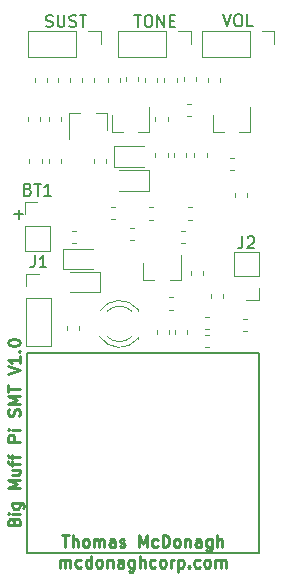
<source format=gbr>
%TF.GenerationSoftware,KiCad,Pcbnew,(5.1.7)-1*%
%TF.CreationDate,2020-11-01T08:55:33-06:00*%
%TF.ProjectId,MuffPiSMT,4d756666-5069-4534-9d54-2e6b69636164,rev?*%
%TF.SameCoordinates,Original*%
%TF.FileFunction,Legend,Top*%
%TF.FilePolarity,Positive*%
%FSLAX46Y46*%
G04 Gerber Fmt 4.6, Leading zero omitted, Abs format (unit mm)*
G04 Created by KiCad (PCBNEW (5.1.7)-1) date 2020-11-01 08:55:33*
%MOMM*%
%LPD*%
G01*
G04 APERTURE LIST*
%ADD10C,0.250000*%
%ADD11C,0.150000*%
%ADD12C,0.203200*%
%ADD13C,0.120000*%
G04 APERTURE END LIST*
D10*
X117594071Y-120109309D02*
X117641690Y-119966452D01*
X117689309Y-119918833D01*
X117784547Y-119871214D01*
X117927404Y-119871214D01*
X118022642Y-119918833D01*
X118070261Y-119966452D01*
X118117880Y-120061690D01*
X118117880Y-120442642D01*
X117117880Y-120442642D01*
X117117880Y-120109309D01*
X117165500Y-120014071D01*
X117213119Y-119966452D01*
X117308357Y-119918833D01*
X117403595Y-119918833D01*
X117498833Y-119966452D01*
X117546452Y-120014071D01*
X117594071Y-120109309D01*
X117594071Y-120442642D01*
X118117880Y-119442642D02*
X117451214Y-119442642D01*
X117117880Y-119442642D02*
X117165500Y-119490261D01*
X117213119Y-119442642D01*
X117165500Y-119395023D01*
X117117880Y-119442642D01*
X117213119Y-119442642D01*
X117451214Y-118537880D02*
X118260738Y-118537880D01*
X118355976Y-118585500D01*
X118403595Y-118633119D01*
X118451214Y-118728357D01*
X118451214Y-118871214D01*
X118403595Y-118966452D01*
X118070261Y-118537880D02*
X118117880Y-118633119D01*
X118117880Y-118823595D01*
X118070261Y-118918833D01*
X118022642Y-118966452D01*
X117927404Y-119014071D01*
X117641690Y-119014071D01*
X117546452Y-118966452D01*
X117498833Y-118918833D01*
X117451214Y-118823595D01*
X117451214Y-118633119D01*
X117498833Y-118537880D01*
X118117880Y-117299785D02*
X117117880Y-117299785D01*
X117832166Y-116966452D01*
X117117880Y-116633119D01*
X118117880Y-116633119D01*
X117451214Y-115728357D02*
X118117880Y-115728357D01*
X117451214Y-116156928D02*
X117975023Y-116156928D01*
X118070261Y-116109309D01*
X118117880Y-116014071D01*
X118117880Y-115871214D01*
X118070261Y-115775976D01*
X118022642Y-115728357D01*
X117451214Y-115395023D02*
X117451214Y-115014071D01*
X118117880Y-115252166D02*
X117260738Y-115252166D01*
X117165500Y-115204547D01*
X117117880Y-115109309D01*
X117117880Y-115014071D01*
X117451214Y-114823595D02*
X117451214Y-114442642D01*
X118117880Y-114680738D02*
X117260738Y-114680738D01*
X117165500Y-114633119D01*
X117117880Y-114537880D01*
X117117880Y-114442642D01*
X118117880Y-113347404D02*
X117117880Y-113347404D01*
X117117880Y-112966452D01*
X117165500Y-112871214D01*
X117213119Y-112823595D01*
X117308357Y-112775976D01*
X117451214Y-112775976D01*
X117546452Y-112823595D01*
X117594071Y-112871214D01*
X117641690Y-112966452D01*
X117641690Y-113347404D01*
X118117880Y-112347404D02*
X117451214Y-112347404D01*
X117117880Y-112347404D02*
X117165500Y-112395023D01*
X117213119Y-112347404D01*
X117165500Y-112299785D01*
X117117880Y-112347404D01*
X117213119Y-112347404D01*
X118070261Y-111156928D02*
X118117880Y-111014071D01*
X118117880Y-110775976D01*
X118070261Y-110680738D01*
X118022642Y-110633119D01*
X117927404Y-110585500D01*
X117832166Y-110585500D01*
X117736928Y-110633119D01*
X117689309Y-110680738D01*
X117641690Y-110775976D01*
X117594071Y-110966452D01*
X117546452Y-111061690D01*
X117498833Y-111109309D01*
X117403595Y-111156928D01*
X117308357Y-111156928D01*
X117213119Y-111109309D01*
X117165500Y-111061690D01*
X117117880Y-110966452D01*
X117117880Y-110728357D01*
X117165500Y-110585500D01*
X118117880Y-110156928D02*
X117117880Y-110156928D01*
X117832166Y-109823595D01*
X117117880Y-109490261D01*
X118117880Y-109490261D01*
X117117880Y-109156928D02*
X117117880Y-108585500D01*
X118117880Y-108871214D02*
X117117880Y-108871214D01*
X117117880Y-107633119D02*
X118117880Y-107299785D01*
X117117880Y-106966452D01*
X118117880Y-106109309D02*
X118117880Y-106680738D01*
X118117880Y-106395023D02*
X117117880Y-106395023D01*
X117260738Y-106490261D01*
X117355976Y-106585500D01*
X117403595Y-106680738D01*
X118022642Y-105680738D02*
X118070261Y-105633119D01*
X118117880Y-105680738D01*
X118070261Y-105728357D01*
X118022642Y-105680738D01*
X118117880Y-105680738D01*
X117117880Y-105014071D02*
X117117880Y-104918833D01*
X117165500Y-104823595D01*
X117213119Y-104775976D01*
X117308357Y-104728357D01*
X117498833Y-104680738D01*
X117736928Y-104680738D01*
X117927404Y-104728357D01*
X118022642Y-104775976D01*
X118070261Y-104823595D01*
X118117880Y-104918833D01*
X118117880Y-105014071D01*
X118070261Y-105109309D01*
X118022642Y-105156928D01*
X117927404Y-105204547D01*
X117736928Y-105252166D01*
X117498833Y-105252166D01*
X117308357Y-105204547D01*
X117213119Y-105156928D01*
X117165500Y-105109309D01*
X117117880Y-105014071D01*
D11*
X117627447Y-94102228D02*
X118389352Y-94102228D01*
X118008400Y-94483180D02*
X118008400Y-93721276D01*
D10*
X121666857Y-121259380D02*
X122238285Y-121259380D01*
X121952571Y-122259380D02*
X121952571Y-121259380D01*
X122571619Y-122259380D02*
X122571619Y-121259380D01*
X123000190Y-122259380D02*
X123000190Y-121735571D01*
X122952571Y-121640333D01*
X122857333Y-121592714D01*
X122714476Y-121592714D01*
X122619238Y-121640333D01*
X122571619Y-121687952D01*
X123619238Y-122259380D02*
X123524000Y-122211761D01*
X123476380Y-122164142D01*
X123428761Y-122068904D01*
X123428761Y-121783190D01*
X123476380Y-121687952D01*
X123524000Y-121640333D01*
X123619238Y-121592714D01*
X123762095Y-121592714D01*
X123857333Y-121640333D01*
X123904952Y-121687952D01*
X123952571Y-121783190D01*
X123952571Y-122068904D01*
X123904952Y-122164142D01*
X123857333Y-122211761D01*
X123762095Y-122259380D01*
X123619238Y-122259380D01*
X124381142Y-122259380D02*
X124381142Y-121592714D01*
X124381142Y-121687952D02*
X124428761Y-121640333D01*
X124524000Y-121592714D01*
X124666857Y-121592714D01*
X124762095Y-121640333D01*
X124809714Y-121735571D01*
X124809714Y-122259380D01*
X124809714Y-121735571D02*
X124857333Y-121640333D01*
X124952571Y-121592714D01*
X125095428Y-121592714D01*
X125190666Y-121640333D01*
X125238285Y-121735571D01*
X125238285Y-122259380D01*
X126143047Y-122259380D02*
X126143047Y-121735571D01*
X126095428Y-121640333D01*
X126000190Y-121592714D01*
X125809714Y-121592714D01*
X125714476Y-121640333D01*
X126143047Y-122211761D02*
X126047809Y-122259380D01*
X125809714Y-122259380D01*
X125714476Y-122211761D01*
X125666857Y-122116523D01*
X125666857Y-122021285D01*
X125714476Y-121926047D01*
X125809714Y-121878428D01*
X126047809Y-121878428D01*
X126143047Y-121830809D01*
X126571619Y-122211761D02*
X126666857Y-122259380D01*
X126857333Y-122259380D01*
X126952571Y-122211761D01*
X127000190Y-122116523D01*
X127000190Y-122068904D01*
X126952571Y-121973666D01*
X126857333Y-121926047D01*
X126714476Y-121926047D01*
X126619238Y-121878428D01*
X126571619Y-121783190D01*
X126571619Y-121735571D01*
X126619238Y-121640333D01*
X126714476Y-121592714D01*
X126857333Y-121592714D01*
X126952571Y-121640333D01*
X128190666Y-122259380D02*
X128190666Y-121259380D01*
X128524000Y-121973666D01*
X128857333Y-121259380D01*
X128857333Y-122259380D01*
X129762095Y-122211761D02*
X129666857Y-122259380D01*
X129476380Y-122259380D01*
X129381142Y-122211761D01*
X129333523Y-122164142D01*
X129285904Y-122068904D01*
X129285904Y-121783190D01*
X129333523Y-121687952D01*
X129381142Y-121640333D01*
X129476380Y-121592714D01*
X129666857Y-121592714D01*
X129762095Y-121640333D01*
X130190666Y-122259380D02*
X130190666Y-121259380D01*
X130428761Y-121259380D01*
X130571619Y-121307000D01*
X130666857Y-121402238D01*
X130714476Y-121497476D01*
X130762095Y-121687952D01*
X130762095Y-121830809D01*
X130714476Y-122021285D01*
X130666857Y-122116523D01*
X130571619Y-122211761D01*
X130428761Y-122259380D01*
X130190666Y-122259380D01*
X131333523Y-122259380D02*
X131238285Y-122211761D01*
X131190666Y-122164142D01*
X131143047Y-122068904D01*
X131143047Y-121783190D01*
X131190666Y-121687952D01*
X131238285Y-121640333D01*
X131333523Y-121592714D01*
X131476380Y-121592714D01*
X131571619Y-121640333D01*
X131619238Y-121687952D01*
X131666857Y-121783190D01*
X131666857Y-122068904D01*
X131619238Y-122164142D01*
X131571619Y-122211761D01*
X131476380Y-122259380D01*
X131333523Y-122259380D01*
X132095428Y-121592714D02*
X132095428Y-122259380D01*
X132095428Y-121687952D02*
X132143047Y-121640333D01*
X132238285Y-121592714D01*
X132381142Y-121592714D01*
X132476380Y-121640333D01*
X132524000Y-121735571D01*
X132524000Y-122259380D01*
X133428761Y-122259380D02*
X133428761Y-121735571D01*
X133381142Y-121640333D01*
X133285904Y-121592714D01*
X133095428Y-121592714D01*
X133000190Y-121640333D01*
X133428761Y-122211761D02*
X133333523Y-122259380D01*
X133095428Y-122259380D01*
X133000190Y-122211761D01*
X132952571Y-122116523D01*
X132952571Y-122021285D01*
X133000190Y-121926047D01*
X133095428Y-121878428D01*
X133333523Y-121878428D01*
X133428761Y-121830809D01*
X134333523Y-121592714D02*
X134333523Y-122402238D01*
X134285904Y-122497476D01*
X134238285Y-122545095D01*
X134143047Y-122592714D01*
X134000190Y-122592714D01*
X133904952Y-122545095D01*
X134333523Y-122211761D02*
X134238285Y-122259380D01*
X134047809Y-122259380D01*
X133952571Y-122211761D01*
X133904952Y-122164142D01*
X133857333Y-122068904D01*
X133857333Y-121783190D01*
X133904952Y-121687952D01*
X133952571Y-121640333D01*
X134047809Y-121592714D01*
X134238285Y-121592714D01*
X134333523Y-121640333D01*
X134809714Y-122259380D02*
X134809714Y-121259380D01*
X135238285Y-122259380D02*
X135238285Y-121735571D01*
X135190666Y-121640333D01*
X135095428Y-121592714D01*
X134952571Y-121592714D01*
X134857333Y-121640333D01*
X134809714Y-121687952D01*
X121524000Y-124009380D02*
X121524000Y-123342714D01*
X121524000Y-123437952D02*
X121571619Y-123390333D01*
X121666857Y-123342714D01*
X121809714Y-123342714D01*
X121904952Y-123390333D01*
X121952571Y-123485571D01*
X121952571Y-124009380D01*
X121952571Y-123485571D02*
X122000190Y-123390333D01*
X122095428Y-123342714D01*
X122238285Y-123342714D01*
X122333523Y-123390333D01*
X122381142Y-123485571D01*
X122381142Y-124009380D01*
X123285904Y-123961761D02*
X123190666Y-124009380D01*
X123000190Y-124009380D01*
X122904952Y-123961761D01*
X122857333Y-123914142D01*
X122809714Y-123818904D01*
X122809714Y-123533190D01*
X122857333Y-123437952D01*
X122904952Y-123390333D01*
X123000190Y-123342714D01*
X123190666Y-123342714D01*
X123285904Y-123390333D01*
X124143047Y-124009380D02*
X124143047Y-123009380D01*
X124143047Y-123961761D02*
X124047809Y-124009380D01*
X123857333Y-124009380D01*
X123762095Y-123961761D01*
X123714476Y-123914142D01*
X123666857Y-123818904D01*
X123666857Y-123533190D01*
X123714476Y-123437952D01*
X123762095Y-123390333D01*
X123857333Y-123342714D01*
X124047809Y-123342714D01*
X124143047Y-123390333D01*
X124762095Y-124009380D02*
X124666857Y-123961761D01*
X124619238Y-123914142D01*
X124571619Y-123818904D01*
X124571619Y-123533190D01*
X124619238Y-123437952D01*
X124666857Y-123390333D01*
X124762095Y-123342714D01*
X124904952Y-123342714D01*
X125000190Y-123390333D01*
X125047809Y-123437952D01*
X125095428Y-123533190D01*
X125095428Y-123818904D01*
X125047809Y-123914142D01*
X125000190Y-123961761D01*
X124904952Y-124009380D01*
X124762095Y-124009380D01*
X125524000Y-123342714D02*
X125524000Y-124009380D01*
X125524000Y-123437952D02*
X125571619Y-123390333D01*
X125666857Y-123342714D01*
X125809714Y-123342714D01*
X125904952Y-123390333D01*
X125952571Y-123485571D01*
X125952571Y-124009380D01*
X126857333Y-124009380D02*
X126857333Y-123485571D01*
X126809714Y-123390333D01*
X126714476Y-123342714D01*
X126524000Y-123342714D01*
X126428761Y-123390333D01*
X126857333Y-123961761D02*
X126762095Y-124009380D01*
X126524000Y-124009380D01*
X126428761Y-123961761D01*
X126381142Y-123866523D01*
X126381142Y-123771285D01*
X126428761Y-123676047D01*
X126524000Y-123628428D01*
X126762095Y-123628428D01*
X126857333Y-123580809D01*
X127762095Y-123342714D02*
X127762095Y-124152238D01*
X127714476Y-124247476D01*
X127666857Y-124295095D01*
X127571619Y-124342714D01*
X127428761Y-124342714D01*
X127333523Y-124295095D01*
X127762095Y-123961761D02*
X127666857Y-124009380D01*
X127476380Y-124009380D01*
X127381142Y-123961761D01*
X127333523Y-123914142D01*
X127285904Y-123818904D01*
X127285904Y-123533190D01*
X127333523Y-123437952D01*
X127381142Y-123390333D01*
X127476380Y-123342714D01*
X127666857Y-123342714D01*
X127762095Y-123390333D01*
X128238285Y-124009380D02*
X128238285Y-123009380D01*
X128666857Y-124009380D02*
X128666857Y-123485571D01*
X128619238Y-123390333D01*
X128524000Y-123342714D01*
X128381142Y-123342714D01*
X128285904Y-123390333D01*
X128238285Y-123437952D01*
X129571619Y-123961761D02*
X129476380Y-124009380D01*
X129285904Y-124009380D01*
X129190666Y-123961761D01*
X129143047Y-123914142D01*
X129095428Y-123818904D01*
X129095428Y-123533190D01*
X129143047Y-123437952D01*
X129190666Y-123390333D01*
X129285904Y-123342714D01*
X129476380Y-123342714D01*
X129571619Y-123390333D01*
X130143047Y-124009380D02*
X130047809Y-123961761D01*
X130000190Y-123914142D01*
X129952571Y-123818904D01*
X129952571Y-123533190D01*
X130000190Y-123437952D01*
X130047809Y-123390333D01*
X130143047Y-123342714D01*
X130285904Y-123342714D01*
X130381142Y-123390333D01*
X130428761Y-123437952D01*
X130476380Y-123533190D01*
X130476380Y-123818904D01*
X130428761Y-123914142D01*
X130381142Y-123961761D01*
X130285904Y-124009380D01*
X130143047Y-124009380D01*
X130904952Y-124009380D02*
X130904952Y-123342714D01*
X130904952Y-123533190D02*
X130952571Y-123437952D01*
X131000190Y-123390333D01*
X131095428Y-123342714D01*
X131190666Y-123342714D01*
X131524000Y-123342714D02*
X131524000Y-124342714D01*
X131524000Y-123390333D02*
X131619238Y-123342714D01*
X131809714Y-123342714D01*
X131904952Y-123390333D01*
X131952571Y-123437952D01*
X132000190Y-123533190D01*
X132000190Y-123818904D01*
X131952571Y-123914142D01*
X131904952Y-123961761D01*
X131809714Y-124009380D01*
X131619238Y-124009380D01*
X131524000Y-123961761D01*
X132428761Y-123914142D02*
X132476380Y-123961761D01*
X132428761Y-124009380D01*
X132381142Y-123961761D01*
X132428761Y-123914142D01*
X132428761Y-124009380D01*
X133333523Y-123961761D02*
X133238285Y-124009380D01*
X133047809Y-124009380D01*
X132952571Y-123961761D01*
X132904952Y-123914142D01*
X132857333Y-123818904D01*
X132857333Y-123533190D01*
X132904952Y-123437952D01*
X132952571Y-123390333D01*
X133047809Y-123342714D01*
X133238285Y-123342714D01*
X133333523Y-123390333D01*
X133904952Y-124009380D02*
X133809714Y-123961761D01*
X133762095Y-123914142D01*
X133714476Y-123818904D01*
X133714476Y-123533190D01*
X133762095Y-123437952D01*
X133809714Y-123390333D01*
X133904952Y-123342714D01*
X134047809Y-123342714D01*
X134143047Y-123390333D01*
X134190666Y-123437952D01*
X134238285Y-123533190D01*
X134238285Y-123818904D01*
X134190666Y-123914142D01*
X134143047Y-123961761D01*
X134047809Y-124009380D01*
X133904952Y-124009380D01*
X134666857Y-124009380D02*
X134666857Y-123342714D01*
X134666857Y-123437952D02*
X134714476Y-123390333D01*
X134809714Y-123342714D01*
X134952571Y-123342714D01*
X135047809Y-123390333D01*
X135095428Y-123485571D01*
X135095428Y-124009380D01*
X135095428Y-123485571D02*
X135143047Y-123390333D01*
X135238285Y-123342714D01*
X135381142Y-123342714D01*
X135476380Y-123390333D01*
X135524000Y-123485571D01*
X135524000Y-124009380D01*
D12*
%TO.C,S1*%
X118676420Y-122798840D02*
X118676420Y-105801160D01*
X138371580Y-122798840D02*
X118676420Y-122798840D01*
X138371580Y-105801160D02*
X138371580Y-122798840D01*
X118676420Y-105801160D02*
X138371580Y-105801160D01*
D13*
%TO.C,BT1*%
X118523200Y-93053600D02*
X119583200Y-93053600D01*
X118523200Y-94113600D02*
X118523200Y-93053600D01*
X118523200Y-95113600D02*
X120643200Y-95113600D01*
X120643200Y-95113600D02*
X120643200Y-97173600D01*
X118523200Y-95113600D02*
X118523200Y-97173600D01*
X118523200Y-97173600D02*
X120643200Y-97173600D01*
%TO.C,D5*%
X128102800Y-102298000D02*
X128102800Y-102142000D01*
X128102800Y-104614000D02*
X128102800Y-104458000D01*
X124870465Y-104456608D02*
G75*
G03*
X128102800Y-104613516I1672335J1078608D01*
G01*
X124870465Y-102299392D02*
G75*
G02*
X128102800Y-102142484I1672335J-1078608D01*
G01*
X125501670Y-104457837D02*
G75*
G03*
X127583761Y-104458000I1041130J1079837D01*
G01*
X125501670Y-102298163D02*
G75*
G02*
X127583761Y-102298000I1041130J-1079837D01*
G01*
%TO.C,J1*%
X118624800Y-99130800D02*
X119684800Y-99130800D01*
X118624800Y-100190800D02*
X118624800Y-99130800D01*
X118624800Y-101190800D02*
X120744800Y-101190800D01*
X120744800Y-101190800D02*
X120744800Y-105250800D01*
X118624800Y-101190800D02*
X118624800Y-105250800D01*
X118624800Y-105250800D02*
X120744800Y-105250800D01*
%TO.C,J2*%
X138347000Y-101390000D02*
X137287000Y-101390000D01*
X138347000Y-100330000D02*
X138347000Y-101390000D01*
X138347000Y-99330000D02*
X136227000Y-99330000D01*
X136227000Y-99330000D02*
X136227000Y-97270000D01*
X138347000Y-99330000D02*
X138347000Y-97270000D01*
X138347000Y-97270000D02*
X136227000Y-97270000D01*
%TO.C,SUST*%
X118815800Y-78619800D02*
X118815800Y-80739800D01*
X122875800Y-78619800D02*
X118815800Y-78619800D01*
X122875800Y-80739800D02*
X118815800Y-80739800D01*
X122875800Y-78619800D02*
X122875800Y-80739800D01*
X123875800Y-78619800D02*
X124935800Y-78619800D01*
X124935800Y-78619800D02*
X124935800Y-79679800D01*
%TO.C,TONE*%
X126435800Y-78619800D02*
X126435800Y-80739800D01*
X130495800Y-78619800D02*
X126435800Y-78619800D01*
X130495800Y-80739800D02*
X126435800Y-80739800D01*
X130495800Y-78619800D02*
X130495800Y-80739800D01*
X131495800Y-78619800D02*
X132555800Y-78619800D01*
X132555800Y-78619800D02*
X132555800Y-79679800D01*
%TO.C,VOL*%
X139635800Y-78619800D02*
X139635800Y-79679800D01*
X138575800Y-78619800D02*
X139635800Y-78619800D01*
X137575800Y-78619800D02*
X137575800Y-80739800D01*
X137575800Y-80739800D02*
X133515800Y-80739800D01*
X137575800Y-78619800D02*
X133515800Y-78619800D01*
X133515800Y-78619800D02*
X133515800Y-80739800D01*
%TO.C,C1*%
X132234400Y-103926421D02*
X132234400Y-104251979D01*
X131214400Y-103926421D02*
X131214400Y-104251979D01*
%TO.C,C2*%
X134122379Y-104341200D02*
X133796821Y-104341200D01*
X134122379Y-105361200D02*
X133796821Y-105361200D01*
%TO.C,C3*%
X123365800Y-82539521D02*
X123365800Y-82865079D01*
X124385800Y-82539521D02*
X124385800Y-82865079D01*
%TO.C,C4*%
X121333800Y-82916079D02*
X121333800Y-82590521D01*
X122353800Y-82916079D02*
X122353800Y-82590521D01*
%TO.C,C5*%
X129588800Y-89240479D02*
X129588800Y-88914921D01*
X130608800Y-89240479D02*
X130608800Y-88914921D01*
%TO.C,C6*%
X119940800Y-89748579D02*
X119940800Y-89423021D01*
X118920800Y-89748579D02*
X118920800Y-89423021D01*
%TO.C,C7*%
X132374421Y-93520800D02*
X132699979Y-93520800D01*
X132374421Y-94540800D02*
X132699979Y-94540800D01*
%TO.C,C8*%
X127472321Y-95248000D02*
X127797879Y-95248000D01*
X127472321Y-96268000D02*
X127797879Y-96268000D01*
%TO.C,C9*%
X130774121Y-102160800D02*
X131099679Y-102160800D01*
X130774121Y-101140800D02*
X131099679Y-101140800D01*
%TO.C,C10*%
X130350800Y-82539621D02*
X130350800Y-82865179D01*
X131370800Y-82539621D02*
X131370800Y-82865179D01*
%TO.C,C11*%
X126595600Y-82865179D02*
X126595600Y-82539621D01*
X125575600Y-82865179D02*
X125575600Y-82539621D01*
%TO.C,C12*%
X129694400Y-82539621D02*
X129694400Y-82865179D01*
X128674400Y-82539621D02*
X128674400Y-82865179D01*
%TO.C,C13*%
X134033800Y-82916079D02*
X134033800Y-82590521D01*
X135053800Y-82916079D02*
X135053800Y-82590521D01*
%TO.C,D1*%
X126058800Y-88354800D02*
X128608800Y-88354800D01*
X126058800Y-90054800D02*
X128608800Y-90054800D01*
X126058800Y-88354800D02*
X126058800Y-90054800D01*
%TO.C,D2*%
X129058800Y-92086800D02*
X129058800Y-90386800D01*
X129058800Y-90386800D02*
X126508800Y-90386800D01*
X129058800Y-92086800D02*
X126508800Y-92086800D01*
%TO.C,D3*%
X121766200Y-97067000D02*
X124316200Y-97067000D01*
X121766200Y-98767000D02*
X124316200Y-98767000D01*
X121766200Y-97067000D02*
X121766200Y-98767000D01*
%TO.C,D4*%
X124893200Y-100672000D02*
X124893200Y-98972000D01*
X124893200Y-98972000D02*
X122343200Y-98972000D01*
X124893200Y-100672000D02*
X122343200Y-100672000D01*
%TO.C,Q1*%
X125455800Y-85523800D02*
X124525800Y-85523800D01*
X122295800Y-85523800D02*
X123225800Y-85523800D01*
X122295800Y-85523800D02*
X122295800Y-87683800D01*
X125455800Y-85523800D02*
X125455800Y-86983800D01*
%TO.C,Q2*%
X125917800Y-87154800D02*
X125917800Y-85694800D01*
X129077800Y-87154800D02*
X129077800Y-84994800D01*
X129077800Y-87154800D02*
X128147800Y-87154800D01*
X125917800Y-87154800D02*
X126847800Y-87154800D01*
%TO.C,Q3*%
X128569600Y-99667600D02*
X128569600Y-98207600D01*
X131729600Y-99667600D02*
X131729600Y-97507600D01*
X131729600Y-99667600D02*
X130799600Y-99667600D01*
X128569600Y-99667600D02*
X129499600Y-99667600D01*
%TO.C,Q4*%
X134437000Y-87136000D02*
X135367000Y-87136000D01*
X137597000Y-87136000D02*
X136667000Y-87136000D01*
X137597000Y-87136000D02*
X137597000Y-84976000D01*
X134437000Y-87136000D02*
X134437000Y-85676000D01*
%TO.C,R1*%
X129690400Y-103926421D02*
X129690400Y-104251979D01*
X130710400Y-103926421D02*
X130710400Y-104251979D01*
%TO.C,R2*%
X125401800Y-89723079D02*
X125401800Y-89397521D01*
X124381800Y-89723079D02*
X124381800Y-89397521D01*
%TO.C,R3*%
X133822121Y-103837200D02*
X134147679Y-103837200D01*
X133822121Y-102817200D02*
X134147679Y-102817200D01*
%TO.C,R4*%
X135282400Y-101153179D02*
X135282400Y-100827621D01*
X134262400Y-101153179D02*
X134262400Y-100827621D01*
%TO.C,R5*%
X119813800Y-85867021D02*
X119813800Y-86192579D01*
X118793800Y-85867021D02*
X118793800Y-86192579D01*
%TO.C,R6*%
X119378000Y-82890579D02*
X119378000Y-82565021D01*
X120398000Y-82890579D02*
X120398000Y-82565021D01*
%TO.C,R7*%
X121591800Y-85841521D02*
X121591800Y-86167079D01*
X120571800Y-85841521D02*
X120571800Y-86167079D01*
%TO.C,R8*%
X131163600Y-88915121D02*
X131163600Y-89240679D01*
X132183600Y-88915121D02*
X132183600Y-89240679D01*
%TO.C,R9*%
X120571800Y-89397521D02*
X120571800Y-89723079D01*
X121591800Y-89397521D02*
X121591800Y-89723079D01*
%TO.C,R10*%
X125821221Y-93470000D02*
X126146779Y-93470000D01*
X125821221Y-94490000D02*
X126146779Y-94490000D01*
%TO.C,R11*%
X133910800Y-88915121D02*
X133910800Y-89240679D01*
X132890800Y-88915121D02*
X132890800Y-89240679D01*
%TO.C,R12*%
X129372679Y-94540800D02*
X129047121Y-94540800D01*
X129372679Y-93520800D02*
X129047121Y-93520800D01*
%TO.C,R13*%
X133606000Y-99222779D02*
X133606000Y-98897221D01*
X132586000Y-99222779D02*
X132586000Y-98897221D01*
%TO.C,R14*%
X137322779Y-102995000D02*
X136997221Y-102995000D01*
X137322779Y-104015000D02*
X136997221Y-104015000D01*
%TO.C,R15*%
X131739521Y-96522000D02*
X132065079Y-96522000D01*
X131739521Y-95502000D02*
X132065079Y-95502000D01*
%TO.C,R16*%
X122493721Y-95502000D02*
X122819279Y-95502000D01*
X122493721Y-96522000D02*
X122819279Y-96522000D01*
%TO.C,R17*%
X128119600Y-82839679D02*
X128119600Y-82514121D01*
X127099600Y-82839679D02*
X127099600Y-82514121D01*
%TO.C,R18*%
X132027200Y-82839679D02*
X132027200Y-82514121D01*
X133047200Y-82839679D02*
X133047200Y-82514121D01*
%TO.C,R19*%
X130608800Y-86192579D02*
X130608800Y-85867021D01*
X129588800Y-86192579D02*
X129588800Y-85867021D01*
%TO.C,R20*%
X132247521Y-84732400D02*
X132573079Y-84732400D01*
X132247521Y-85752400D02*
X132573079Y-85752400D01*
%TO.C,R21*%
X136345200Y-92644079D02*
X136345200Y-92318521D01*
X137365200Y-92644079D02*
X137365200Y-92318521D01*
%TO.C,R22*%
X136205179Y-90375200D02*
X135879621Y-90375200D01*
X136205179Y-89355200D02*
X135879621Y-89355200D01*
%TO.C,R23*%
X122070400Y-103921879D02*
X122070400Y-103596321D01*
X123090400Y-103921879D02*
X123090400Y-103596321D01*
%TO.C,BT1*%
D11*
X118797485Y-91982171D02*
X118940342Y-92029790D01*
X118987961Y-92077409D01*
X119035580Y-92172647D01*
X119035580Y-92315504D01*
X118987961Y-92410742D01*
X118940342Y-92458361D01*
X118845104Y-92505980D01*
X118464152Y-92505980D01*
X118464152Y-91505980D01*
X118797485Y-91505980D01*
X118892723Y-91553600D01*
X118940342Y-91601219D01*
X118987961Y-91696457D01*
X118987961Y-91791695D01*
X118940342Y-91886933D01*
X118892723Y-91934552D01*
X118797485Y-91982171D01*
X118464152Y-91982171D01*
X119321295Y-91505980D02*
X119892723Y-91505980D01*
X119607009Y-92505980D02*
X119607009Y-91505980D01*
X120749866Y-92505980D02*
X120178438Y-92505980D01*
X120464152Y-92505980D02*
X120464152Y-91505980D01*
X120368914Y-91648838D01*
X120273676Y-91744076D01*
X120178438Y-91791695D01*
%TO.C,J1*%
X119351466Y-97583180D02*
X119351466Y-98297466D01*
X119303847Y-98440323D01*
X119208609Y-98535561D01*
X119065752Y-98583180D01*
X118970514Y-98583180D01*
X120351466Y-98583180D02*
X119780038Y-98583180D01*
X120065752Y-98583180D02*
X120065752Y-97583180D01*
X119970514Y-97726038D01*
X119875276Y-97821276D01*
X119780038Y-97868895D01*
%TO.C,J2*%
X136953666Y-95972380D02*
X136953666Y-96686666D01*
X136906047Y-96829523D01*
X136810809Y-96924761D01*
X136667952Y-96972380D01*
X136572714Y-96972380D01*
X137382238Y-96067619D02*
X137429857Y-96020000D01*
X137525095Y-95972380D01*
X137763190Y-95972380D01*
X137858428Y-96020000D01*
X137906047Y-96067619D01*
X137953666Y-96162857D01*
X137953666Y-96258095D01*
X137906047Y-96400952D01*
X137334619Y-96972380D01*
X137953666Y-96972380D01*
%TO.C,SUST*%
X120304133Y-78179561D02*
X120446990Y-78227180D01*
X120685085Y-78227180D01*
X120780323Y-78179561D01*
X120827942Y-78131942D01*
X120875561Y-78036704D01*
X120875561Y-77941466D01*
X120827942Y-77846228D01*
X120780323Y-77798609D01*
X120685085Y-77750990D01*
X120494609Y-77703371D01*
X120399371Y-77655752D01*
X120351752Y-77608133D01*
X120304133Y-77512895D01*
X120304133Y-77417657D01*
X120351752Y-77322419D01*
X120399371Y-77274800D01*
X120494609Y-77227180D01*
X120732704Y-77227180D01*
X120875561Y-77274800D01*
X121304133Y-77227180D02*
X121304133Y-78036704D01*
X121351752Y-78131942D01*
X121399371Y-78179561D01*
X121494609Y-78227180D01*
X121685085Y-78227180D01*
X121780323Y-78179561D01*
X121827942Y-78131942D01*
X121875561Y-78036704D01*
X121875561Y-77227180D01*
X122304133Y-78179561D02*
X122446990Y-78227180D01*
X122685085Y-78227180D01*
X122780323Y-78179561D01*
X122827942Y-78131942D01*
X122875561Y-78036704D01*
X122875561Y-77941466D01*
X122827942Y-77846228D01*
X122780323Y-77798609D01*
X122685085Y-77750990D01*
X122494609Y-77703371D01*
X122399371Y-77655752D01*
X122351752Y-77608133D01*
X122304133Y-77512895D01*
X122304133Y-77417657D01*
X122351752Y-77322419D01*
X122399371Y-77274800D01*
X122494609Y-77227180D01*
X122732704Y-77227180D01*
X122875561Y-77274800D01*
X123161276Y-77227180D02*
X123732704Y-77227180D01*
X123446990Y-78227180D02*
X123446990Y-77227180D01*
%TO.C,TONE*%
X127805085Y-77227180D02*
X128376514Y-77227180D01*
X128090800Y-78227180D02*
X128090800Y-77227180D01*
X128900323Y-77227180D02*
X129090800Y-77227180D01*
X129186038Y-77274800D01*
X129281276Y-77370038D01*
X129328895Y-77560514D01*
X129328895Y-77893847D01*
X129281276Y-78084323D01*
X129186038Y-78179561D01*
X129090800Y-78227180D01*
X128900323Y-78227180D01*
X128805085Y-78179561D01*
X128709847Y-78084323D01*
X128662228Y-77893847D01*
X128662228Y-77560514D01*
X128709847Y-77370038D01*
X128805085Y-77274800D01*
X128900323Y-77227180D01*
X129757466Y-78227180D02*
X129757466Y-77227180D01*
X130328895Y-78227180D01*
X130328895Y-77227180D01*
X130805085Y-77703371D02*
X131138419Y-77703371D01*
X131281276Y-78227180D02*
X130805085Y-78227180D01*
X130805085Y-77227180D01*
X131281276Y-77227180D01*
%TO.C,VOL*%
X135313895Y-77176380D02*
X135647228Y-78176380D01*
X135980561Y-77176380D01*
X136504371Y-77176380D02*
X136694847Y-77176380D01*
X136790085Y-77224000D01*
X136885323Y-77319238D01*
X136932942Y-77509714D01*
X136932942Y-77843047D01*
X136885323Y-78033523D01*
X136790085Y-78128761D01*
X136694847Y-78176380D01*
X136504371Y-78176380D01*
X136409133Y-78128761D01*
X136313895Y-78033523D01*
X136266276Y-77843047D01*
X136266276Y-77509714D01*
X136313895Y-77319238D01*
X136409133Y-77224000D01*
X136504371Y-77176380D01*
X137837704Y-78176380D02*
X137361514Y-78176380D01*
X137361514Y-77176380D01*
%TD*%
M02*

</source>
